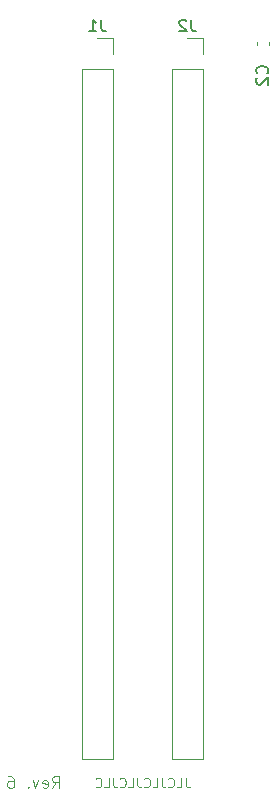
<source format=gbr>
G04 #@! TF.GenerationSoftware,KiCad,Pcbnew,8.0.4+dfsg-1*
G04 #@! TF.CreationDate,2025-02-23T13:48:32+09:00*
G04 #@! TF.ProjectId,bionic-ins8060,62696f6e-6963-42d6-996e-73383036302e,6*
G04 #@! TF.SameCoordinates,Original*
G04 #@! TF.FileFunction,Legend,Bot*
G04 #@! TF.FilePolarity,Positive*
%FSLAX46Y46*%
G04 Gerber Fmt 4.6, Leading zero omitted, Abs format (unit mm)*
G04 Created by KiCad (PCBNEW 8.0.4+dfsg-1) date 2025-02-23 13:48:32*
%MOMM*%
%LPD*%
G01*
G04 APERTURE LIST*
%ADD10C,0.125000*%
%ADD11C,0.100000*%
%ADD12C,0.150000*%
%ADD13C,0.120000*%
G04 APERTURE END LIST*
D10*
X106077240Y-137258119D02*
X106410573Y-136781928D01*
X106648668Y-137258119D02*
X106648668Y-136258119D01*
X106648668Y-136258119D02*
X106267716Y-136258119D01*
X106267716Y-136258119D02*
X106172478Y-136305738D01*
X106172478Y-136305738D02*
X106124859Y-136353357D01*
X106124859Y-136353357D02*
X106077240Y-136448595D01*
X106077240Y-136448595D02*
X106077240Y-136591452D01*
X106077240Y-136591452D02*
X106124859Y-136686690D01*
X106124859Y-136686690D02*
X106172478Y-136734309D01*
X106172478Y-136734309D02*
X106267716Y-136781928D01*
X106267716Y-136781928D02*
X106648668Y-136781928D01*
X105267716Y-137210500D02*
X105362954Y-137258119D01*
X105362954Y-137258119D02*
X105553430Y-137258119D01*
X105553430Y-137258119D02*
X105648668Y-137210500D01*
X105648668Y-137210500D02*
X105696287Y-137115261D01*
X105696287Y-137115261D02*
X105696287Y-136734309D01*
X105696287Y-136734309D02*
X105648668Y-136639071D01*
X105648668Y-136639071D02*
X105553430Y-136591452D01*
X105553430Y-136591452D02*
X105362954Y-136591452D01*
X105362954Y-136591452D02*
X105267716Y-136639071D01*
X105267716Y-136639071D02*
X105220097Y-136734309D01*
X105220097Y-136734309D02*
X105220097Y-136829547D01*
X105220097Y-136829547D02*
X105696287Y-136924785D01*
X104886763Y-136591452D02*
X104648668Y-137258119D01*
X104648668Y-137258119D02*
X104410573Y-136591452D01*
X104029620Y-137162880D02*
X103982001Y-137210500D01*
X103982001Y-137210500D02*
X104029620Y-137258119D01*
X104029620Y-137258119D02*
X104077239Y-137210500D01*
X104077239Y-137210500D02*
X104029620Y-137162880D01*
X104029620Y-137162880D02*
X104029620Y-137258119D01*
X102362954Y-136258119D02*
X102553430Y-136258119D01*
X102553430Y-136258119D02*
X102648668Y-136305738D01*
X102648668Y-136305738D02*
X102696287Y-136353357D01*
X102696287Y-136353357D02*
X102791525Y-136496214D01*
X102791525Y-136496214D02*
X102839144Y-136686690D01*
X102839144Y-136686690D02*
X102839144Y-137067642D01*
X102839144Y-137067642D02*
X102791525Y-137162880D01*
X102791525Y-137162880D02*
X102743906Y-137210500D01*
X102743906Y-137210500D02*
X102648668Y-137258119D01*
X102648668Y-137258119D02*
X102458192Y-137258119D01*
X102458192Y-137258119D02*
X102362954Y-137210500D01*
X102362954Y-137210500D02*
X102315335Y-137162880D01*
X102315335Y-137162880D02*
X102267716Y-137067642D01*
X102267716Y-137067642D02*
X102267716Y-136829547D01*
X102267716Y-136829547D02*
X102315335Y-136734309D01*
X102315335Y-136734309D02*
X102362954Y-136686690D01*
X102362954Y-136686690D02*
X102458192Y-136639071D01*
X102458192Y-136639071D02*
X102648668Y-136639071D01*
X102648668Y-136639071D02*
X102743906Y-136686690D01*
X102743906Y-136686690D02*
X102791525Y-136734309D01*
X102791525Y-136734309D02*
X102839144Y-136829547D01*
D11*
X117395238Y-136406895D02*
X117395238Y-136978323D01*
X117395238Y-136978323D02*
X117433333Y-137092609D01*
X117433333Y-137092609D02*
X117509524Y-137168800D01*
X117509524Y-137168800D02*
X117623809Y-137206895D01*
X117623809Y-137206895D02*
X117700000Y-137206895D01*
X116633333Y-137206895D02*
X117014285Y-137206895D01*
X117014285Y-137206895D02*
X117014285Y-136406895D01*
X115909523Y-137130704D02*
X115947619Y-137168800D01*
X115947619Y-137168800D02*
X116061904Y-137206895D01*
X116061904Y-137206895D02*
X116138095Y-137206895D01*
X116138095Y-137206895D02*
X116252381Y-137168800D01*
X116252381Y-137168800D02*
X116328571Y-137092609D01*
X116328571Y-137092609D02*
X116366666Y-137016419D01*
X116366666Y-137016419D02*
X116404762Y-136864038D01*
X116404762Y-136864038D02*
X116404762Y-136749752D01*
X116404762Y-136749752D02*
X116366666Y-136597371D01*
X116366666Y-136597371D02*
X116328571Y-136521180D01*
X116328571Y-136521180D02*
X116252381Y-136444990D01*
X116252381Y-136444990D02*
X116138095Y-136406895D01*
X116138095Y-136406895D02*
X116061904Y-136406895D01*
X116061904Y-136406895D02*
X115947619Y-136444990D01*
X115947619Y-136444990D02*
X115909523Y-136483085D01*
X115338095Y-136406895D02*
X115338095Y-136978323D01*
X115338095Y-136978323D02*
X115376190Y-137092609D01*
X115376190Y-137092609D02*
X115452381Y-137168800D01*
X115452381Y-137168800D02*
X115566666Y-137206895D01*
X115566666Y-137206895D02*
X115642857Y-137206895D01*
X114576190Y-137206895D02*
X114957142Y-137206895D01*
X114957142Y-137206895D02*
X114957142Y-136406895D01*
X113852380Y-137130704D02*
X113890476Y-137168800D01*
X113890476Y-137168800D02*
X114004761Y-137206895D01*
X114004761Y-137206895D02*
X114080952Y-137206895D01*
X114080952Y-137206895D02*
X114195238Y-137168800D01*
X114195238Y-137168800D02*
X114271428Y-137092609D01*
X114271428Y-137092609D02*
X114309523Y-137016419D01*
X114309523Y-137016419D02*
X114347619Y-136864038D01*
X114347619Y-136864038D02*
X114347619Y-136749752D01*
X114347619Y-136749752D02*
X114309523Y-136597371D01*
X114309523Y-136597371D02*
X114271428Y-136521180D01*
X114271428Y-136521180D02*
X114195238Y-136444990D01*
X114195238Y-136444990D02*
X114080952Y-136406895D01*
X114080952Y-136406895D02*
X114004761Y-136406895D01*
X114004761Y-136406895D02*
X113890476Y-136444990D01*
X113890476Y-136444990D02*
X113852380Y-136483085D01*
X113280952Y-136406895D02*
X113280952Y-136978323D01*
X113280952Y-136978323D02*
X113319047Y-137092609D01*
X113319047Y-137092609D02*
X113395238Y-137168800D01*
X113395238Y-137168800D02*
X113509523Y-137206895D01*
X113509523Y-137206895D02*
X113585714Y-137206895D01*
X112519047Y-137206895D02*
X112899999Y-137206895D01*
X112899999Y-137206895D02*
X112899999Y-136406895D01*
X111795237Y-137130704D02*
X111833333Y-137168800D01*
X111833333Y-137168800D02*
X111947618Y-137206895D01*
X111947618Y-137206895D02*
X112023809Y-137206895D01*
X112023809Y-137206895D02*
X112138095Y-137168800D01*
X112138095Y-137168800D02*
X112214285Y-137092609D01*
X112214285Y-137092609D02*
X112252380Y-137016419D01*
X112252380Y-137016419D02*
X112290476Y-136864038D01*
X112290476Y-136864038D02*
X112290476Y-136749752D01*
X112290476Y-136749752D02*
X112252380Y-136597371D01*
X112252380Y-136597371D02*
X112214285Y-136521180D01*
X112214285Y-136521180D02*
X112138095Y-136444990D01*
X112138095Y-136444990D02*
X112023809Y-136406895D01*
X112023809Y-136406895D02*
X111947618Y-136406895D01*
X111947618Y-136406895D02*
X111833333Y-136444990D01*
X111833333Y-136444990D02*
X111795237Y-136483085D01*
X111223809Y-136406895D02*
X111223809Y-136978323D01*
X111223809Y-136978323D02*
X111261904Y-137092609D01*
X111261904Y-137092609D02*
X111338095Y-137168800D01*
X111338095Y-137168800D02*
X111452380Y-137206895D01*
X111452380Y-137206895D02*
X111528571Y-137206895D01*
X110461904Y-137206895D02*
X110842856Y-137206895D01*
X110842856Y-137206895D02*
X110842856Y-136406895D01*
X109738094Y-137130704D02*
X109776190Y-137168800D01*
X109776190Y-137168800D02*
X109890475Y-137206895D01*
X109890475Y-137206895D02*
X109966666Y-137206895D01*
X109966666Y-137206895D02*
X110080952Y-137168800D01*
X110080952Y-137168800D02*
X110157142Y-137092609D01*
X110157142Y-137092609D02*
X110195237Y-137016419D01*
X110195237Y-137016419D02*
X110233333Y-136864038D01*
X110233333Y-136864038D02*
X110233333Y-136749752D01*
X110233333Y-136749752D02*
X110195237Y-136597371D01*
X110195237Y-136597371D02*
X110157142Y-136521180D01*
X110157142Y-136521180D02*
X110080952Y-136444990D01*
X110080952Y-136444990D02*
X109966666Y-136406895D01*
X109966666Y-136406895D02*
X109890475Y-136406895D01*
X109890475Y-136406895D02*
X109776190Y-136444990D01*
X109776190Y-136444990D02*
X109738094Y-136483085D01*
D12*
X117843333Y-72204819D02*
X117843333Y-72919104D01*
X117843333Y-72919104D02*
X117890952Y-73061961D01*
X117890952Y-73061961D02*
X117986190Y-73157200D01*
X117986190Y-73157200D02*
X118129047Y-73204819D01*
X118129047Y-73204819D02*
X118224285Y-73204819D01*
X117414761Y-72300057D02*
X117367142Y-72252438D01*
X117367142Y-72252438D02*
X117271904Y-72204819D01*
X117271904Y-72204819D02*
X117033809Y-72204819D01*
X117033809Y-72204819D02*
X116938571Y-72252438D01*
X116938571Y-72252438D02*
X116890952Y-72300057D01*
X116890952Y-72300057D02*
X116843333Y-72395295D01*
X116843333Y-72395295D02*
X116843333Y-72490533D01*
X116843333Y-72490533D02*
X116890952Y-72633390D01*
X116890952Y-72633390D02*
X117462380Y-73204819D01*
X117462380Y-73204819D02*
X116843333Y-73204819D01*
X110223333Y-72204819D02*
X110223333Y-72919104D01*
X110223333Y-72919104D02*
X110270952Y-73061961D01*
X110270952Y-73061961D02*
X110366190Y-73157200D01*
X110366190Y-73157200D02*
X110509047Y-73204819D01*
X110509047Y-73204819D02*
X110604285Y-73204819D01*
X109223333Y-73204819D02*
X109794761Y-73204819D01*
X109509047Y-73204819D02*
X109509047Y-72204819D01*
X109509047Y-72204819D02*
X109604285Y-72347676D01*
X109604285Y-72347676D02*
X109699523Y-72442914D01*
X109699523Y-72442914D02*
X109794761Y-72490533D01*
X124256280Y-76744333D02*
X124303900Y-76696714D01*
X124303900Y-76696714D02*
X124351519Y-76553857D01*
X124351519Y-76553857D02*
X124351519Y-76458619D01*
X124351519Y-76458619D02*
X124303900Y-76315762D01*
X124303900Y-76315762D02*
X124208661Y-76220524D01*
X124208661Y-76220524D02*
X124113423Y-76172905D01*
X124113423Y-76172905D02*
X123922947Y-76125286D01*
X123922947Y-76125286D02*
X123780090Y-76125286D01*
X123780090Y-76125286D02*
X123589614Y-76172905D01*
X123589614Y-76172905D02*
X123494376Y-76220524D01*
X123494376Y-76220524D02*
X123399138Y-76315762D01*
X123399138Y-76315762D02*
X123351519Y-76458619D01*
X123351519Y-76458619D02*
X123351519Y-76553857D01*
X123351519Y-76553857D02*
X123399138Y-76696714D01*
X123399138Y-76696714D02*
X123446757Y-76744333D01*
X123446757Y-77125286D02*
X123399138Y-77172905D01*
X123399138Y-77172905D02*
X123351519Y-77268143D01*
X123351519Y-77268143D02*
X123351519Y-77506238D01*
X123351519Y-77506238D02*
X123399138Y-77601476D01*
X123399138Y-77601476D02*
X123446757Y-77649095D01*
X123446757Y-77649095D02*
X123541995Y-77696714D01*
X123541995Y-77696714D02*
X123637233Y-77696714D01*
X123637233Y-77696714D02*
X123780090Y-77649095D01*
X123780090Y-77649095D02*
X124351519Y-77077667D01*
X124351519Y-77077667D02*
X124351519Y-77696714D01*
D13*
X117510000Y-73750000D02*
X118840000Y-73750000D01*
X118840000Y-73750000D02*
X118840000Y-75080000D01*
X118840000Y-134830000D02*
X118840000Y-76350000D01*
X116180000Y-76350000D02*
X118840000Y-76350000D01*
X116180000Y-134830000D02*
X118840000Y-134830000D01*
X116180000Y-134830000D02*
X116180000Y-76350000D01*
X109890000Y-73750000D02*
X111220000Y-73750000D01*
X111220000Y-73750000D02*
X111220000Y-75080000D01*
X111220000Y-134830000D02*
X111220000Y-76350000D01*
X108560000Y-76350000D02*
X111220000Y-76350000D01*
X108560000Y-134830000D02*
X111220000Y-134830000D01*
X108560000Y-134830000D02*
X108560000Y-76350000D01*
X123400800Y-74071233D02*
X123400800Y-74363767D01*
X124420800Y-74071233D02*
X124420800Y-74363767D01*
M02*

</source>
